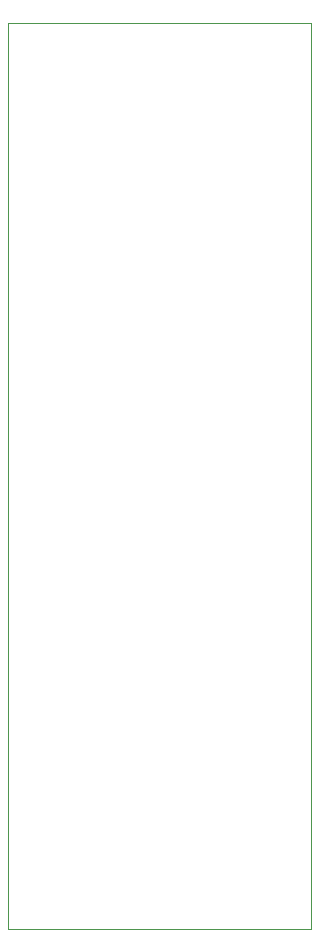
<source format=gbr>
%TF.GenerationSoftware,KiCad,Pcbnew,7.0.6-0*%
%TF.CreationDate,2023-07-25T21:46:34-07:00*%
%TF.ProjectId,84CP02,38344350-3032-42e6-9b69-6361645f7063,rev?*%
%TF.SameCoordinates,Original*%
%TF.FileFunction,Profile,NP*%
%FSLAX46Y46*%
G04 Gerber Fmt 4.6, Leading zero omitted, Abs format (unit mm)*
G04 Created by KiCad (PCBNEW 7.0.6-0) date 2023-07-25 21:46:34*
%MOMM*%
%LPD*%
G01*
G04 APERTURE LIST*
%TA.AperFunction,Profile*%
%ADD10C,0.100000*%
%TD*%
G04 APERTURE END LIST*
D10*
X134239000Y-54991000D02*
X159893000Y-54991000D01*
X159893000Y-131699000D01*
X134239000Y-131699000D01*
X134239000Y-54991000D01*
M02*

</source>
